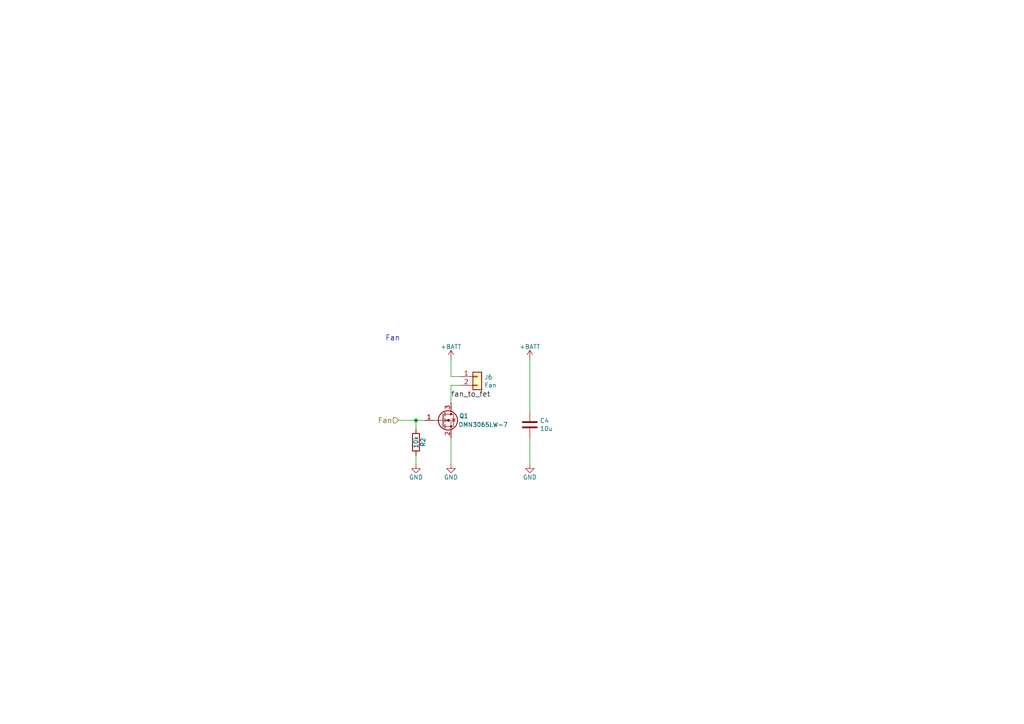
<source format=kicad_sch>
(kicad_sch (version 20230121) (generator eeschema)
  (paper "A4")
  (lib_symbols
    (symbol "Connector_Generic:Conn_01x02" (pin_names (offset 1.016) hide)
      (property "Reference" "J" (at 0 2.54 0))
      (property "Value" "Conn_01x02" (at 0 -5.08 0))
      (symbol "Conn_01x02_1_1"
        (rectangle (start -1.27 -2.413) (end 0 -2.667) (stroke (width 0.1524)))
        (rectangle (start -1.27 0.127) (end 0 -0.127) (stroke (width 0.1524)))
        (rectangle (start -1.27 1.27) (end 1.27 -3.81) (stroke (width 0.254)) (fill (type background)))
        (pin passive line (at -5.08 0 0) (length 3.81) (name "Pin_1") (number "1"))
        (pin passive line (at -5.08 -2.54 0) (length 3.81) (name "Pin_2") (number "2"))
      )
    )
    (symbol "Device:C" (pin_numbers hide) (pin_names (offset 0.254))
      (property "Reference" "C" (at 0.635 2.54 0))
      (property "Value" "C" (at 0.635 -2.54 0))
      (symbol "C_0_1"
        (polyline (pts (xy -2.032 -0.762) (xy 2.032 -0.762)) (stroke (width 0.508)))
        (polyline (pts (xy -2.032 0.762) (xy 2.032 0.762)) (stroke (width 0.508)))
      )
      (symbol "C_1_1"
        (pin passive line (at 0 3.81 270) (length 2.794) (name "~") (number "1"))
        (pin passive line (at 0 -3.81 90) (length 2.794) (name "~") (number "2"))
      )
    )
    (symbol "Device:Q_NMOS_GSD" (pin_names (offset 0) hide)
      (property "Reference" "Q" (at 5.08 1.27 0))
      (property "Value" "Q_NMOS_GSD" (at 5.08 -1.27 0))
      (symbol "Q_NMOS_GSD_0_1"
        (polyline (pts (xy 0.254 0) (xy -2.54 0)))
        (polyline (pts (xy 0.254 1.905) (xy 0.254 -1.905)) (stroke (width 0.254)))
        (polyline (pts (xy 0.762 -1.27) (xy 0.762 -2.286)) (stroke (width 0.254)))
        (polyline (pts (xy 0.762 0.508) (xy 0.762 -0.508)) (stroke (width 0.254)))
        (polyline (pts (xy 0.762 2.286) (xy 0.762 1.27)) (stroke (width 0.254)))
        (polyline (pts (xy 2.54 2.54) (xy 2.54 1.778)))
        (polyline (pts (xy 2.54 -2.54) (xy 2.54 0) (xy 0.762 0)))
        (polyline (pts (xy 0.762 -1.778) (xy 3.302 -1.778) (xy 3.302 1.778) (xy 0.762 1.778)))
        (polyline (pts (xy 1.016 0) (xy 2.032 0.381) (xy 2.032 -0.381) (xy 1.016 0)) (fill (type outline)))
        (polyline (pts (xy 2.794 0.508) (xy 2.921 0.381) (xy 3.683 0.381) (xy 3.81 0.254)))
        (polyline (pts (xy 3.302 0.381) (xy 2.921 -0.254) (xy 3.683 -0.254) (xy 3.302 0.381)))
        (circle (center 1.651 0) (radius 2.794) (stroke (width 0.254)))
        (circle (center 2.54 -1.778) (radius 0.254) (fill (type outline)))
        (circle (center 2.54 1.778) (radius 0.254) (fill (type outline)))
      )
      (symbol "Q_NMOS_GSD_1_1"
        (pin input line (at -5.08 0 0) (length 2.54) (name "G") (number "1"))
        (pin passive line (at 2.54 -5.08 90) (length 2.54) (name "S") (number "2"))
        (pin passive line (at 2.54 5.08 270) (length 2.54) (name "D") (number "3"))
      )
    )
    (symbol "Device:R" (pin_numbers hide) (pin_names (offset 0))
      (property "Reference" "R" (at 2.032 0 90))
      (property "Value" "R" (at 0 0 90))
      (symbol "R_0_1"
        (rectangle (start -1.016 -2.54) (end 1.016 2.54) (stroke (width 0.254)))
      )
      (symbol "R_1_1"
        (pin passive line (at 0 3.81 270) (length 1.27) (name "~") (number "1"))
        (pin passive line (at 0 -3.81 90) (length 1.27) (name "~") (number "2"))
      )
    )
    (symbol "power:+BATT" (power) (pin_names (offset 0))
      (property "Value" "+BATT" (at 0 3.556 0))
      (symbol "+BATT_0_1"
        (polyline (pts (xy -0.762 1.27) (xy 0 2.54)))
        (polyline (pts (xy 0 0) (xy 0 2.54)))
        (polyline (pts (xy 0 2.54) (xy 0.762 1.27)))
      )
      (symbol "+BATT_1_1"
        (pin power_in line (at 0 0 90) (length 0) hide (name "+BATT") (number "1"))
      )
    )
    (symbol "power:GND" (power) (pin_names (offset 0))
      (property "Value" "GND" (at 0 -3.81 0))
      (symbol "GND_0_1"
        (polyline (pts (xy 0 0) (xy 0 -1.27) (xy 1.27 -1.27) (xy 0 -2.54) (xy -1.27 -1.27) (xy 0 -1.27)))
      )
      (symbol "GND_1_1"
        (pin power_in line (at 0 0 270) (length 0) hide (name "GND") (number "1"))
      )
    )
  )
  (junction (at 120.65 121.92))
  (wire (pts (xy 153.67 104.14) (xy 153.67 119.38)))
  (wire (pts (xy 130.81 127) (xy 130.81 134.62)))
  (wire (pts (xy 130.81 104.14) (xy 130.81 109.22)))
  (wire (pts (xy 133.35 111.76) (xy 130.81 111.76)))
  (wire (pts (xy 130.81 109.22) (xy 133.35 109.22)))
  (wire (pts (xy 115.57 121.92) (xy 120.65 121.92)))
  (wire (pts (xy 120.65 121.92) (xy 120.65 124.46)))
  (wire (pts (xy 120.65 134.62) (xy 120.65 132.08)))
  (wire (pts (xy 120.65 121.92) (xy 123.19 121.92)))
  (wire (pts (xy 130.81 111.76) (xy 130.81 116.84)))
  (wire (pts (xy 153.67 127) (xy 153.67 134.62)))
  (text "Fan" (at 111.76 99.06 0) (effects (font (size 1.524 1.524)) (justify left bottom)))
  (label "fan_to_fet" (at 130.81 115.57 0) (effects (font (size 1.524 1.524))))
  (hierarchical_label "Fan" (shape input) (at 115.57 121.92 180) (effects (font (size 1.524 1.524))))
  (symbol (lib_id "Device:Q_NMOS_GSD") (at 128.27 121.92 0) (unit 1)
    (property "Reference" "Q1" (at 135.89 120.65 0) (effects (justify right)))
    (property "Value" "DMN3065LW-7" (at 147.32 123.19 0) (effects (justify right)))
    (property "Footprint" "Package_TO_SOT_SMD:SOT-323_SC-70" (effects hide))
  )
  (symbol (lib_id "Device:R") (at 120.65 128.27 0) (unit 1)
    (property "Reference" "R2" (at 122.682 128.27 90))
    (property "Value" "10k" (at 120.65 128.27 90))
    (property "Footprint" "Resistor_SMD:R_0201_0603Metric" (effects hide))
  )
  (symbol (lib_id "power:GND") (at 120.65 134.62 0) (unit 1)
    (property "Reference" "#PWR012" (effects hide))
    (property "Value" "GND" (at 120.65 138.43 0))
  )
  (symbol (lib_id "power:+BATT") (at 130.81 104.14 0) (unit 1)
    (property "Reference" "#PWR013" (effects hide))
    (property "Value" "+BATT" (at 130.81 100.584 0))
  )
  (symbol (lib_id "Connector_Generic:Conn_01x02") (at 138.43 109.22 0) (unit 1)
    (property "Reference" "J6" (at 140.462 109.4232 0) (effects (justify left)))
    (property "Value" "Fan" (at 140.462 111.7346 0) (effects (justify left)))
    (property "Footprint" "mouse:SMD_conn_2" (effects hide))
  )
  (symbol (lib_id "power:GND") (at 130.81 134.62 0) (unit 1)
    (property "Reference" "#PWR014" (effects hide))
    (property "Value" "GND" (at 130.81 138.43 0))
  )
  (symbol (lib_id "Device:C") (at 153.67 123.19 0) (unit 1)
    (property "Reference" "C4" (at 156.591 122.0216 0) (effects (justify left)))
    (property "Value" "10u" (at 156.591 124.333 0) (effects (justify left)))
    (property "Footprint" "Capacitor_SMD:C_0402_1005Metric" (effects hide))
  )
  (symbol (lib_id "power:GND") (at 153.67 134.62 0) (unit 1)
    (property "Reference" "#PWR016" (effects hide))
    (property "Value" "GND" (at 153.67 138.43 0))
  )
  (symbol (lib_id "power:+BATT") (at 153.67 104.14 0) (unit 1)
    (property "Reference" "#PWR015" (effects hide))
    (property "Value" "+BATT" (at 153.67 100.584 0))
  )
)
</source>
